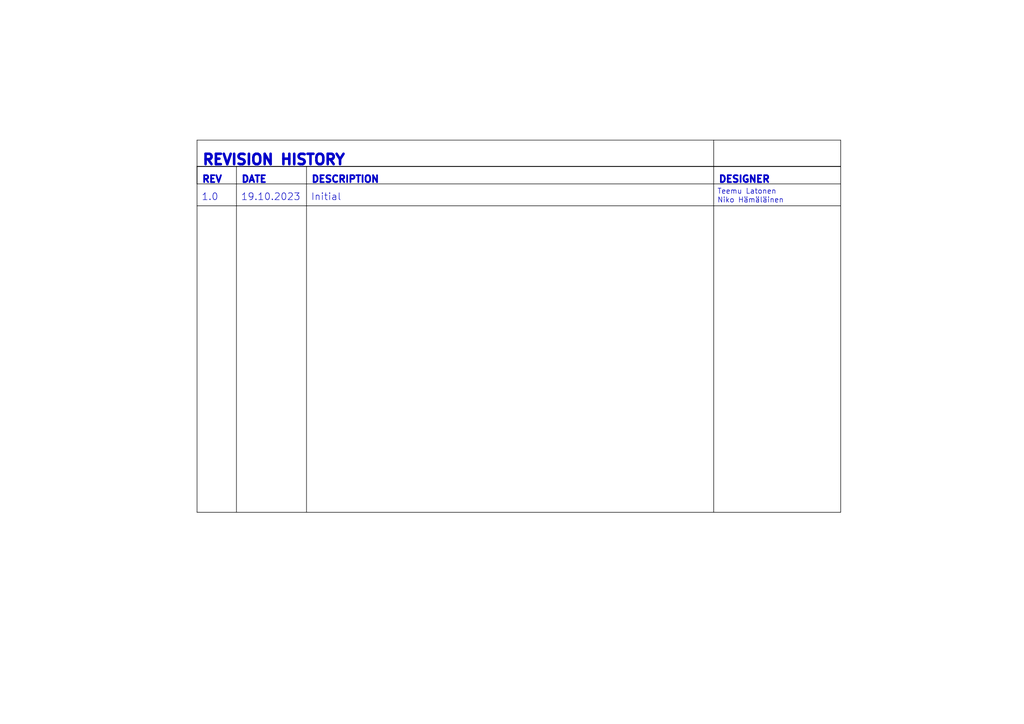
<source format=kicad_sch>
(kicad_sch (version 20230121) (generator eeschema)
  (paper "A4")
  (title_block (title "Programmable Keyboard") (date "2023-10-19") (rev "1.0") (company "Kallio Designs Oy") (comment 1 "TL, NH") (comment 2 "ASSEMBLY_PN") (comment 3 "PCB_PN"))
  (lib_symbols)
  (polyline (pts (xy 57.15 48.26) (xy 57.15 53.34)) (stroke (width 0) (type solid) (color 0 0 0 1)))
  (polyline (pts (xy 57.15 48.26) (xy 57.15 148.59)) (stroke (width 0) (type solid) (color 0 0 0 1)))
  (polyline (pts (xy 207.01 148.59) (xy 207.01 48.26)) (stroke (width 0) (type solid) (color 0 0 0 1)))
  (polyline (pts (xy 243.84 48.26) (xy 243.84 40.64)) (stroke (width 0) (type solid) (color 0 0 0 1)))
  (polyline (pts (xy 207.01 48.26) (xy 207.01 40.64)) (stroke (width 0) (type solid) (color 0 0 0 1)))
  (polyline (pts (xy 57.15 59.69) (xy 243.84 59.69)) (stroke (width 0) (type solid) (color 0 0 0 1)))
  (polyline (pts (xy 243.84 148.59) (xy 243.84 48.26)) (stroke (width 0) (type solid) (color 0 0 0 1)))
  (polyline (pts (xy 57.15 53.34) (xy 243.84 53.34)) (stroke (width 0) (type solid) (color 0 0 0 1)))
  (polyline (pts (xy 57.15 48.26) (xy 243.84 48.26)) (stroke (width 0) (type solid) (color 0 0 0 1)))
  (polyline (pts (xy 57.15 40.64) (xy 243.84 40.64)) (stroke (width 0) (type solid) (color 0 0 0 1)))
  (polyline (pts (xy 88.9 148.59) (xy 88.9 48.26)) (stroke (width 0) (type solid) (color 0 0 0 1)))
  (polyline (pts (xy 57.15 148.59) (xy 243.84 148.59)) (stroke (width 0) (type solid) (color 0 0 0 1)))
  (polyline (pts (xy 57.15 48.26) (xy 243.84 48.26)) (stroke (width 0) (type solid) (color 0 0 0 1)))
  (polyline (pts (xy 57.15 40.64) (xy 57.15 48.26)) (stroke (width 0) (type solid) (color 0 0 0 1)))
  (polyline (pts (xy 57.15 48.26) (xy 243.84 48.26)) (stroke (width 0) (type solid) (color 0 0 0 1)))
  (polyline (pts (xy 68.58 148.59) (xy 68.58 48.26)) (stroke (width 0) (type solid) (color 0 0 0 1)))
  (text "19.10.2023" (at 69.85 58.42 0) (effects (font (size 2 2)) (justify left bottom)))
  (text "REV" (at 58.42 53.34 0) (effects (font (size 2 2) (thickness 1) bold) (justify left bottom)))
  (text "DESCRIPTION" (at 90.17 53.34 0) (effects (font (size 2 2) (thickness 1) bold) (justify left bottom)))
  (text "REVISION HISTORY" (at 58.42 48.26 0) (effects (font (size 3 3) (thickness 1) bold) (justify left bottom)))
  (text "DESIGNER" (at 208.28 53.34 0) (effects (font (size 2 2) (thickness 1) bold) (justify left bottom)))
  (text "DATE" (at 69.85 53.34 0) (effects (font (size 2 2) (thickness 1) bold) (justify left bottom)))
  (text "1.0" (at 58.42 58.42 0) (effects (font (size 2 2)) (justify left bottom)))
  (text "Initial" (at 90.17 58.42 0) (effects (font (size 2 2)) (justify left bottom)))
  (text "Teemu Latonen" (at 208.026 56.515 0) (effects (font (size 1.5 1.5)) (justify left bottom)))
  (text "Niko Hämäläinen" (at 208.026 59.055 0) (effects (font (size 1.5 1.5)) (justify left bottom)))
)
</source>
